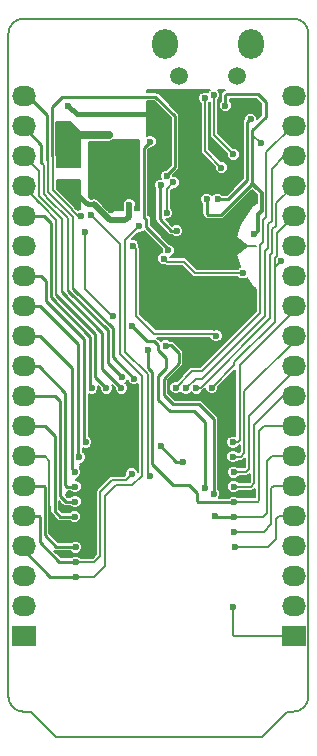
<source format=gbr>
G04 #@! TF.FileFunction,Copper,L2,Bot,Signal*
%FSLAX46Y46*%
G04 Gerber Fmt 4.6, Leading zero omitted, Abs format (unit mm)*
G04 Created by KiCad (PCBNEW (2015-01-16 BZR 5376)-product) date 01-May-17 6:34:46 PM*
%MOMM*%
G01*
G04 APERTURE LIST*
%ADD10C,0.100000*%
%ADD11C,0.150000*%
%ADD12R,2.032000X1.727200*%
%ADD13O,2.032000X1.727200*%
%ADD14C,1.500000*%
%ADD15O,2.200000X2.500000*%
%ADD16C,0.600000*%
%ADD17C,0.635000*%
%ADD18C,0.400000*%
%ADD19C,0.250000*%
%ADD20C,0.200000*%
%ADD21C,0.300000*%
%ADD22C,0.500000*%
G04 APERTURE END LIST*
D10*
D11*
X98806000Y-128143000D02*
X99060000Y-127889000D01*
X81407000Y-128143000D02*
X98806000Y-128143000D01*
X81153000Y-127889000D02*
X81407000Y-128143000D01*
X77343000Y-124714000D02*
X77343000Y-68580000D01*
X79248000Y-125984000D02*
X78613000Y-125984000D01*
X101473000Y-125984000D02*
X100965000Y-125984000D01*
X102743000Y-68580000D02*
X102743000Y-124714000D01*
X78613000Y-67310000D02*
X101473000Y-67310000D01*
X78613000Y-67310000D02*
G75*
G03X77343000Y-68580000I0J-1270000D01*
G01*
X102743000Y-68580000D02*
G75*
G03X101473000Y-67310000I-1270000J0D01*
G01*
X101473000Y-125984000D02*
G75*
G03X102743000Y-124714000I0J1270000D01*
G01*
X77343000Y-124714000D02*
G75*
G03X78613000Y-125984000I1270000J0D01*
G01*
X81153000Y-127889000D02*
X79248000Y-125984000D01*
X100965000Y-125984000D02*
X99060000Y-127889000D01*
D12*
X78622721Y-119577474D03*
D13*
X78622721Y-117037474D03*
X78622721Y-114497474D03*
X78622721Y-111957474D03*
X78622721Y-109417474D03*
X78622721Y-106877474D03*
X78622721Y-104337474D03*
X78622721Y-101797474D03*
X78622721Y-99257474D03*
X78622721Y-96717474D03*
X78622721Y-94177474D03*
X78622721Y-91637474D03*
X78622721Y-89097474D03*
X78622721Y-86557474D03*
X78622721Y-84017474D03*
X78622721Y-81477474D03*
X78622721Y-78937474D03*
X78622721Y-76397474D03*
X78622721Y-73857474D03*
D12*
X101482721Y-119577474D03*
D13*
X101482721Y-117037474D03*
X101482721Y-114497474D03*
X101482721Y-111957474D03*
X101482721Y-109417474D03*
X101482721Y-106877474D03*
X101482721Y-104337474D03*
X101482721Y-101797474D03*
X101482721Y-99257474D03*
X101482721Y-96717474D03*
X101482721Y-94177474D03*
X101482721Y-91637474D03*
X101482721Y-89097474D03*
X101482721Y-86557474D03*
X101482721Y-84017474D03*
X101482721Y-81477474D03*
X101482721Y-78937474D03*
X101482721Y-76397474D03*
X101482721Y-73857474D03*
D14*
X96659000Y-72136000D03*
D15*
X97859000Y-69486000D03*
D14*
X91809000Y-72136000D03*
D15*
X90609000Y-69486000D03*
D16*
X82677000Y-76644500D03*
X85852000Y-77152500D03*
X81915000Y-78041500D03*
X81915000Y-78867000D03*
X81661000Y-76517500D03*
X81915000Y-77216000D03*
X91948000Y-85979000D03*
X92329000Y-73914000D03*
X92202000Y-88900000D03*
X82991520Y-110585875D03*
X90255920Y-93313875D03*
X82423000Y-74676000D03*
X87566500Y-78041500D03*
X86042500Y-78041500D03*
X85344000Y-78041500D03*
X86804500Y-78041500D03*
X86741000Y-83185000D03*
X86042500Y-83502500D03*
X95046800Y-82600800D03*
X97840800Y-75844400D03*
X98094800Y-85547200D03*
X95707200Y-74676000D03*
X94132400Y-82600800D03*
X91576720Y-85287475D03*
X98704400Y-77851000D03*
X90233500Y-81407000D03*
X82346800Y-81280000D03*
X81661000Y-81280000D03*
X87566500Y-83058000D03*
X82067400Y-82016600D03*
X86169500Y-92456000D03*
X93964320Y-107080674D03*
X87766720Y-93313875D03*
X96351920Y-117139075D03*
X83820000Y-85407500D03*
X87884000Y-86550500D03*
X94932500Y-94170500D03*
X83042320Y-114548276D03*
X84328000Y-83947000D03*
X89290720Y-106064675D03*
X87766720Y-105861475D03*
X83042320Y-113329074D03*
X88392000Y-84899500D03*
X94742000Y-73787000D03*
X96393000Y-78816200D03*
X93980000Y-74041000D03*
X95377000Y-79933800D03*
X90868500Y-86931500D03*
X89344500Y-77724000D03*
X97180400Y-88849200D03*
X100457000Y-87820500D03*
X94573921Y-98546276D03*
X90487500Y-87630000D03*
X96504320Y-112008275D03*
X96453520Y-110738275D03*
X94827920Y-109417475D03*
X94726319Y-107537875D03*
X90662320Y-94990275D03*
X96453520Y-109468275D03*
X89189119Y-95345875D03*
X96402720Y-108249074D03*
X96402720Y-106928275D03*
X96402720Y-105709075D03*
X96351920Y-104388275D03*
X96351920Y-103169075D03*
X83905920Y-103169075D03*
X83347119Y-104439075D03*
X82940720Y-105709075D03*
X82991520Y-106928275D03*
X90220800Y-103530400D03*
X92151200Y-104851200D03*
X82991520Y-108198276D03*
X82940720Y-109468274D03*
X83042320Y-112059075D03*
X93253120Y-98597075D03*
X92389520Y-98597075D03*
X91525920Y-98546275D03*
X87969921Y-97784274D03*
X86953920Y-97682676D03*
X86903120Y-98597075D03*
X85633120Y-98597076D03*
X84413922Y-98597075D03*
X90763921Y-83763475D03*
X91313000Y-81178400D03*
X83499520Y-84017476D03*
X90741500Y-80645000D03*
D17*
X82677000Y-76644500D02*
X83185000Y-77152500D01*
X83185000Y-77152500D02*
X85852000Y-77152500D01*
D18*
X93405520Y-82493474D02*
X93405520Y-84830275D01*
X92440320Y-85795474D02*
X91948000Y-85979000D01*
X92440321Y-85795474D02*
X92440320Y-85795474D01*
X93405520Y-84830275D02*
X92440321Y-85795474D01*
X93405520Y-75330675D02*
X93405520Y-82493474D01*
X92329000Y-73914000D02*
X93405520Y-74990520D01*
X93405520Y-74990520D02*
X93405520Y-75330675D01*
X93405520Y-82493474D02*
X93405520Y-82493474D01*
X90170000Y-88773000D02*
X89392320Y-89550680D01*
X92075000Y-88773000D02*
X90170000Y-88773000D01*
X92202000Y-88900000D02*
X92075000Y-88773000D01*
D19*
X78622720Y-104337475D02*
X80400721Y-104337475D01*
D11*
X80400721Y-104337475D02*
X80807120Y-104743875D01*
X80807120Y-104743875D02*
X80807120Y-110077875D01*
X80807120Y-110077875D02*
X81315120Y-110585875D01*
X81315120Y-110585875D02*
X82991520Y-110585875D01*
D20*
X89392320Y-89550680D02*
X89392320Y-92450276D01*
X89392320Y-92450276D02*
X90255920Y-93313875D01*
D18*
X90805000Y-85979000D02*
X89535000Y-84709000D01*
X89535000Y-84709000D02*
X89535000Y-79502000D01*
X89535000Y-79502000D02*
X90360500Y-78676500D01*
X90360500Y-78676500D02*
X90360500Y-76708000D01*
X89058750Y-75406250D02*
X89027000Y-75374500D01*
X90360500Y-76708000D02*
X89058750Y-75406250D01*
X91948000Y-85979000D02*
X90805000Y-85979000D01*
X83153250Y-75406250D02*
X82423000Y-74676000D01*
X89058750Y-75406250D02*
X83153250Y-75406250D01*
D19*
X97790000Y-75844400D02*
X97840800Y-75844400D01*
X97561400Y-76073000D02*
X97790000Y-75844400D01*
X97561400Y-80086200D02*
X97561400Y-76073000D01*
X95961200Y-82600800D02*
X97561400Y-81000600D01*
X97561400Y-81000600D02*
X97561400Y-80086200D01*
X95046800Y-82600800D02*
X95961200Y-82600800D01*
D21*
X98488500Y-84328000D02*
X98488500Y-83883500D01*
X98786998Y-83585002D02*
X98786998Y-82073798D01*
X98488500Y-83883500D02*
X98786998Y-83585002D01*
X98094800Y-85547200D02*
X98202798Y-85547200D01*
X98488500Y-85261498D02*
X98488500Y-84328000D01*
X98202798Y-85547200D02*
X98488500Y-85261498D01*
D19*
X97993200Y-76758800D02*
X99110800Y-75641200D01*
X99110800Y-75641200D02*
X99110800Y-74371200D01*
X99110800Y-74371200D02*
X98450400Y-73710800D01*
X98450400Y-73710800D02*
X95808800Y-73710800D01*
X95808800Y-73710800D02*
X95707200Y-73812400D01*
X95707200Y-73812400D02*
X95707200Y-74676000D01*
X97993200Y-77063600D02*
X97993200Y-76758800D01*
X97993200Y-78333600D02*
X97993200Y-78105000D01*
X97993200Y-78105000D02*
X97993200Y-77063600D01*
X97993200Y-81280000D02*
X97993200Y-78333600D01*
X95351600Y-83921600D02*
X97993200Y-81280000D01*
X94234000Y-83921600D02*
X95351600Y-83921600D01*
X94132400Y-83820000D02*
X94234000Y-83921600D01*
X94132400Y-82600800D02*
X94132400Y-83820000D01*
X97993200Y-78486000D02*
X97993200Y-78384400D01*
X97993200Y-78562200D02*
X97993200Y-78117700D01*
D21*
X98786998Y-82073798D02*
X98488500Y-81775300D01*
X98488500Y-81775300D02*
X97993200Y-81280000D01*
D20*
X98704400Y-77851000D02*
X97993200Y-77139800D01*
X97993200Y-77139800D02*
X97993200Y-77089000D01*
X97993200Y-77089000D02*
X98018600Y-77063600D01*
X98018600Y-77063600D02*
X97993200Y-77063600D01*
D19*
X91119394Y-85287475D02*
X90144761Y-84312842D01*
X90144761Y-84312842D02*
X90144761Y-81495739D01*
X90144761Y-81495739D02*
X90233500Y-81407000D01*
X91576720Y-85287475D02*
X91119394Y-85287475D01*
D18*
X82835750Y-81768950D02*
X82346800Y-81280000D01*
D22*
X87566500Y-83058000D02*
X87566500Y-84074000D01*
X84569300Y-83045300D02*
X84563623Y-83039623D01*
X85915500Y-84391500D02*
X84569300Y-83045300D01*
X87249000Y-84391500D02*
X85915500Y-84391500D01*
X87566500Y-84074000D02*
X87249000Y-84391500D01*
D18*
X84112100Y-83045300D02*
X83865123Y-82798323D01*
X83865123Y-82798323D02*
X82346800Y-81280000D01*
X84569300Y-83045300D02*
X84112100Y-83045300D01*
D19*
X93964320Y-101457344D02*
X93964320Y-107080674D01*
X93027480Y-100520500D02*
X93964320Y-101457344D01*
X90995500Y-100520500D02*
X93027480Y-100520500D01*
X90043000Y-99568000D02*
X90995500Y-100520500D01*
X90043000Y-97599500D02*
X90043000Y-99568000D01*
X90713120Y-96929380D02*
X90043000Y-97599500D01*
X90713121Y-96057075D02*
X90713120Y-96929380D01*
X90001920Y-95345875D02*
X90713121Y-96057075D01*
X90001920Y-94939475D02*
X90001920Y-95345875D01*
X89697120Y-94634674D02*
X90001920Y-94939475D01*
X89087520Y-94634674D02*
X89697120Y-94634674D01*
X87766720Y-93313875D02*
X89087520Y-94634674D01*
D20*
X101482721Y-119577474D02*
X96402720Y-119577476D01*
X96402720Y-119577476D02*
X96351920Y-119526676D01*
X96351920Y-119526676D02*
X96351920Y-117139075D01*
X86106000Y-92456000D02*
X83820000Y-90170000D01*
X83820000Y-90170000D02*
X83820000Y-85407500D01*
X86169500Y-92456000D02*
X86106000Y-92456000D01*
X87884000Y-86550500D02*
X88138000Y-86804500D01*
X88138000Y-86804500D02*
X88138000Y-92456000D01*
X94932500Y-94170500D02*
X94742000Y-93980000D01*
X94742000Y-93980000D02*
X89662000Y-93980000D01*
X89662000Y-93980000D02*
X88138000Y-92456000D01*
D19*
X80857920Y-114548276D02*
X78622720Y-112313076D01*
X83042320Y-114548276D02*
X80857920Y-114548276D01*
X78622720Y-112313076D02*
X78622721Y-111957475D01*
D20*
X86750720Y-91567000D02*
X86750720Y-95701474D01*
X86750720Y-95701474D02*
X88630320Y-97581076D01*
X88630320Y-97581076D02*
X88630320Y-106013874D01*
X88630320Y-106013874D02*
X87817520Y-106826676D01*
X87817520Y-106826676D02*
X86445922Y-106826675D01*
X86445922Y-106826675D02*
X85531521Y-107741075D01*
X85531521Y-107741075D02*
X85531520Y-113633874D01*
X85531520Y-113633874D02*
X84617120Y-114548274D01*
X84617120Y-114548274D02*
X83042320Y-114548276D01*
X86750720Y-86369720D02*
X86750720Y-91557280D01*
X84328000Y-83947000D02*
X86750720Y-86369720D01*
X87207920Y-86868000D02*
X87207920Y-95498275D01*
X87207920Y-86405074D02*
X87207920Y-86868000D01*
X87207920Y-95498275D02*
X89138320Y-97428675D01*
X89138320Y-97428675D02*
X89138320Y-105912275D01*
X89138320Y-105912275D02*
X89290720Y-106064675D01*
X87766720Y-105861475D02*
X87258720Y-106369475D01*
X87258720Y-106369475D02*
X86344320Y-106369474D01*
X86344320Y-106369474D02*
X86141120Y-106369474D01*
X86141120Y-106369474D02*
X85125120Y-107385474D01*
X85125120Y-107385474D02*
X85125120Y-112821075D01*
X85125120Y-112821075D02*
X84617121Y-113329074D01*
X84617121Y-113329074D02*
X83042320Y-113329074D01*
D19*
X79943520Y-109417475D02*
X78622721Y-109417474D01*
X83042320Y-113329074D02*
X82991520Y-113278274D01*
X82991520Y-113278274D02*
X81619920Y-113278274D01*
X81619920Y-113278274D02*
X79994320Y-111652675D01*
X79994320Y-111652675D02*
X79994320Y-109468275D01*
X79994320Y-109468275D02*
X79943520Y-109417475D01*
D20*
X87207920Y-86083580D02*
X87207920Y-86845580D01*
X88392000Y-84899500D02*
X87207920Y-86083580D01*
X94742000Y-75387200D02*
X94742000Y-73787000D01*
X94742000Y-77165200D02*
X94742000Y-75412600D01*
X96393000Y-78816200D02*
X94742000Y-77165200D01*
X93980000Y-78333600D02*
X93980000Y-78282800D01*
X93980000Y-78282800D02*
X93980000Y-74041000D01*
X95377000Y-79933800D02*
X93980000Y-78536800D01*
X93980000Y-78536800D02*
X93980000Y-78282800D01*
D19*
X88804750Y-78263750D02*
X89344500Y-77724000D01*
X88804750Y-82835750D02*
X88804750Y-78263750D01*
X90868500Y-86804500D02*
X89027000Y-84963000D01*
X89027000Y-84963000D02*
X89027000Y-84328000D01*
X89027000Y-84328000D02*
X88804750Y-84105750D01*
X88804750Y-84105750D02*
X88804750Y-82835750D01*
X90868500Y-86931500D02*
X90868500Y-86804500D01*
D20*
X101482721Y-84017474D02*
X101482721Y-84064279D01*
X101482721Y-84064279D02*
X100076000Y-85471000D01*
X100076000Y-85471000D02*
X100076000Y-87376000D01*
X100076000Y-87376000D02*
X99907920Y-87544080D01*
X99907920Y-88455500D02*
X99907920Y-88369580D01*
X99907920Y-88369580D02*
X100457000Y-87820500D01*
X92202000Y-87884000D02*
X93154500Y-88836500D01*
X97167700Y-88836500D02*
X93154500Y-88836500D01*
X97180400Y-88849200D02*
X97167700Y-88836500D01*
X99907920Y-92958274D02*
X99907920Y-88455500D01*
X99907920Y-88455500D02*
X99907920Y-87820500D01*
X99907920Y-87820500D02*
X99907920Y-87544080D01*
X96453519Y-96412675D02*
X99907920Y-92958274D01*
X96453520Y-96666675D02*
X96453519Y-96412675D01*
X94573921Y-98546276D02*
X96453520Y-96666675D01*
X90487500Y-87630000D02*
X90741500Y-87884000D01*
X90741500Y-87884000D02*
X92202000Y-87884000D01*
X100263520Y-109417475D02*
X101482721Y-109417474D01*
X100009522Y-109671475D02*
X100263520Y-109417475D01*
X100009520Y-111347874D02*
X100009522Y-109671475D01*
X99349121Y-112008275D02*
X100009520Y-111347874D01*
X96504320Y-112008275D02*
X99349121Y-112008275D01*
X99806320Y-106877475D02*
X101482720Y-106877475D01*
X99609518Y-107074277D02*
X99806320Y-106877475D01*
X99609519Y-110122278D02*
X99609518Y-107074277D01*
X98993521Y-110738275D02*
X99609519Y-110122278D01*
X96453520Y-110738275D02*
X98993521Y-110738275D01*
D19*
X94710250Y-101346000D02*
X94710250Y-101187250D01*
X94710250Y-101187250D02*
X93472000Y-99949000D01*
X94710250Y-101346000D02*
X94710250Y-107521806D01*
X94827920Y-109417475D02*
X94878720Y-109468275D01*
X94878720Y-109468275D02*
X96453520Y-109468275D01*
X94710250Y-107521806D02*
X94726319Y-107537875D01*
X90662320Y-94990275D02*
X90713120Y-94939475D01*
X90713120Y-94939475D02*
X91119521Y-94939474D01*
X91119521Y-94939474D02*
X91779921Y-95599875D01*
X91779921Y-95599875D02*
X91779921Y-96497579D01*
X91779921Y-96497579D02*
X90487500Y-97789999D01*
X90487500Y-97789999D02*
X90487500Y-99187000D01*
X90487500Y-99187000D02*
X91249500Y-99949000D01*
X91249500Y-99949000D02*
X93472000Y-99949000D01*
D20*
X99653920Y-104337475D02*
X101482720Y-104337475D01*
X96453520Y-109468275D02*
X98891920Y-109468275D01*
X98891920Y-109468275D02*
X99209516Y-109150679D01*
X99209516Y-109150679D02*
X99209516Y-104781879D01*
X99209516Y-104781879D02*
X99653920Y-104337475D01*
D19*
X89189119Y-95345875D02*
X89189120Y-96869874D01*
X93405520Y-108249076D02*
X96402720Y-108249074D01*
X93303920Y-108147476D02*
X93405520Y-108249076D01*
X93303920Y-107436274D02*
X93303920Y-108147476D01*
X92643522Y-106775875D02*
X93303920Y-107436274D01*
X91271920Y-106775875D02*
X92643522Y-106775875D01*
X89534998Y-105038952D02*
X91271920Y-106775875D01*
X89535000Y-97215753D02*
X89534998Y-105038952D01*
X89189120Y-96869874D02*
X89535000Y-97215753D01*
X89189119Y-95345875D02*
X89239919Y-95396675D01*
D20*
X98993520Y-101797476D02*
X101482720Y-101797476D01*
X98536320Y-102254674D02*
X98993520Y-101797476D01*
X98536320Y-108096674D02*
X98536320Y-102254674D01*
X98434720Y-108198274D02*
X98536320Y-108096674D01*
X96453520Y-108198274D02*
X98434720Y-108198274D01*
X96402720Y-108249074D02*
X96453520Y-108198274D01*
X100568320Y-99257475D02*
X101482720Y-99257475D01*
X98136318Y-101689477D02*
X100568320Y-99257475D01*
X98136319Y-106667877D02*
X98136318Y-101689477D01*
X97875920Y-106928276D02*
X98136319Y-106667877D01*
X96402720Y-106928275D02*
X97875920Y-106928276D01*
X101945120Y-96717474D02*
X101482721Y-96717474D01*
X97723520Y-100939074D02*
X101945120Y-96717474D01*
X97723522Y-105417071D02*
X97723520Y-100939074D01*
X97482318Y-105658275D02*
X97723522Y-105417071D01*
X96453520Y-105658275D02*
X97482318Y-105658275D01*
X96402720Y-105709075D02*
X96453520Y-105658275D01*
X101990719Y-94177475D02*
X101482720Y-94177475D01*
X97317121Y-98851074D02*
X101990719Y-94177475D01*
X97317120Y-104083476D02*
X97317121Y-98851074D01*
X97012321Y-104388275D02*
X97317120Y-104083476D01*
X96351920Y-104388275D02*
X97012321Y-104388275D01*
X101921921Y-91637474D02*
X101482720Y-91637476D01*
X96917119Y-96642276D02*
X101921921Y-91637474D01*
X96917118Y-102965875D02*
X96917119Y-96642276D01*
X96764718Y-103118275D02*
X96917118Y-102965875D01*
X96402720Y-103118276D02*
X96764718Y-103118275D01*
X96351920Y-103169075D02*
X96402720Y-103118276D01*
D19*
X80095920Y-89097475D02*
X78622721Y-89097475D01*
X80502320Y-89503874D02*
X80095920Y-89097475D01*
X80502320Y-91180276D02*
X80502320Y-89503874D01*
X83753520Y-94431476D02*
X80502320Y-91180276D01*
X83753520Y-103016676D02*
X83753520Y-94431476D01*
X83905920Y-103169075D02*
X83753520Y-103016676D01*
X80036720Y-91637476D02*
X78622720Y-91637476D01*
X83245520Y-94846275D02*
X80036720Y-91637476D01*
X83245520Y-104337475D02*
X83245520Y-94846275D01*
X83347119Y-104439075D02*
X83245520Y-104337475D01*
X79994320Y-94177474D02*
X78622720Y-94177475D01*
X82686721Y-96869874D02*
X79994320Y-94177474D01*
X82686721Y-105455075D02*
X82686721Y-96869874D01*
X82940720Y-105709075D02*
X82686721Y-105455075D01*
X79892720Y-96717475D02*
X78622721Y-96717474D01*
X82171523Y-98996277D02*
X79892720Y-96717475D01*
X82171522Y-106768677D02*
X82171523Y-98996277D01*
X82331121Y-106928276D02*
X82171522Y-106768677D01*
X82991520Y-106928275D02*
X82331121Y-106928276D01*
X91541600Y-104851200D02*
X92151200Y-104851200D01*
X90220800Y-103530400D02*
X91541600Y-104851200D01*
X81264322Y-99257475D02*
X78622720Y-99257475D01*
X81721520Y-99714675D02*
X81264322Y-99257475D01*
X81721520Y-107741075D02*
X81721520Y-99714675D01*
X82178720Y-108198274D02*
X81721520Y-107741075D01*
X82991520Y-108198276D02*
X82178720Y-108198274D01*
X80400720Y-101797476D02*
X78622720Y-101797476D01*
X81257122Y-102653877D02*
X80400720Y-101797476D01*
X81257122Y-109003877D02*
X81257122Y-102653877D01*
X81721520Y-109468275D02*
X81257122Y-109003877D01*
X82940720Y-109468274D02*
X81721520Y-109468275D01*
X80349921Y-106877475D02*
X78622720Y-106877475D01*
X80400721Y-106928275D02*
X80349921Y-106877475D01*
X80400721Y-111043075D02*
X80400721Y-106928275D01*
X81365921Y-112008275D02*
X80400721Y-111043075D01*
X82991519Y-112008275D02*
X81365921Y-112008275D01*
X83042320Y-112059075D02*
X82991519Y-112008275D01*
D20*
X99695000Y-85407500D02*
X99695000Y-85153500D01*
X100012500Y-82947695D02*
X101482721Y-81477474D01*
X100012500Y-84836000D02*
X100012500Y-82947695D01*
X99695000Y-85153500D02*
X100012500Y-84836000D01*
X99507918Y-88138000D02*
X99507918Y-87340080D01*
X99695000Y-87152998D02*
X99695000Y-85407500D01*
X99507918Y-87340080D02*
X99695000Y-87152998D01*
X101275526Y-81477474D02*
X101482721Y-81477474D01*
X99507918Y-92647077D02*
X99507918Y-88138000D01*
X93608720Y-98546275D02*
X99507918Y-92647077D01*
X93303920Y-98546275D02*
X93608720Y-98546275D01*
X93253120Y-98597075D02*
X93303920Y-98546275D01*
X99044320Y-87820500D02*
X99044320Y-87010680D01*
X99631500Y-80010000D02*
X100704026Y-78937474D01*
X99631500Y-84455000D02*
X99631500Y-80010000D01*
X99344998Y-84741502D02*
X99631500Y-84455000D01*
X99344998Y-86710002D02*
X99344998Y-84741502D01*
X99044320Y-87010680D02*
X99344998Y-86710002D01*
X100704026Y-78937474D02*
X101482721Y-78937474D01*
X99044320Y-87820500D02*
X99044320Y-92412269D01*
X99044320Y-92412269D02*
X99044321Y-92412270D01*
X99044321Y-92412270D02*
X99044321Y-92471679D01*
X93726000Y-97790000D02*
X93196595Y-97790000D01*
X99044321Y-92471679D02*
X93726000Y-97790000D01*
X92389520Y-98597075D02*
X93196595Y-97790000D01*
X99044321Y-92412270D02*
X99044321Y-92412270D01*
X98653600Y-87249000D02*
X98653600Y-86512400D01*
X99187000Y-78613000D02*
X101402526Y-76397474D01*
X99187000Y-84074000D02*
X99187000Y-78613000D01*
X98933000Y-84328000D02*
X99187000Y-84074000D01*
X98933000Y-86233000D02*
X98933000Y-84328000D01*
X98653600Y-86512400D02*
X98933000Y-86233000D01*
X101402526Y-76397474D02*
X101482721Y-76397474D01*
X98653600Y-92202000D02*
X98653600Y-92227400D01*
X98653600Y-92227400D02*
X98234500Y-92646500D01*
X101482721Y-76397474D02*
X100945326Y-76397474D01*
X98653600Y-87249000D02*
X98653600Y-92202000D01*
X98653600Y-92202000D02*
X98653600Y-92202000D01*
X93726000Y-97155000D02*
X92917195Y-97155000D01*
X91525920Y-98546275D02*
X92917195Y-97155000D01*
X98234500Y-92646500D02*
X93726000Y-97155000D01*
X101838320Y-76397474D02*
X101482720Y-76397475D01*
D19*
X87969921Y-97784274D02*
X86184722Y-95999077D01*
X86184722Y-95999077D02*
X86184722Y-93517076D01*
X86184722Y-93517076D02*
X82839120Y-90171474D01*
D20*
X82839120Y-90171474D02*
X82839120Y-84134521D01*
X82839120Y-84134521D02*
X80721200Y-82016599D01*
X80721200Y-82016599D02*
X80721199Y-79387699D01*
X80721199Y-79387699D02*
X80581500Y-79248000D01*
D19*
X80581500Y-79248000D02*
X80581500Y-75438000D01*
X80581500Y-75438000D02*
X79000974Y-73857474D01*
X79000974Y-73857474D02*
X78622721Y-73857474D01*
X78556520Y-76397475D02*
X78622720Y-76397475D01*
X80137000Y-77977960D02*
X78556520Y-76397475D01*
X80137000Y-79502000D02*
X80137000Y-77977960D01*
D20*
X82381920Y-84210718D02*
X80810100Y-82638901D01*
X82381920Y-90362271D02*
X82381920Y-84210718D01*
D19*
X85734721Y-93715071D02*
X82381920Y-90362271D01*
X85734720Y-96463476D02*
X85734721Y-93715071D01*
X86953920Y-97682676D02*
X85734720Y-96463476D01*
D20*
X80810100Y-82638900D02*
X80314800Y-82143600D01*
X80314800Y-82143600D02*
X80314800Y-79679800D01*
X80314800Y-79679800D02*
X80137000Y-79502000D01*
X80810100Y-82638901D02*
X80810100Y-82638900D01*
D19*
X78619976Y-78937476D02*
X78622720Y-78937476D01*
D20*
X79933800Y-80251300D02*
X78619976Y-78937476D01*
X79933800Y-82296000D02*
X79933800Y-80251300D01*
X81873920Y-84236120D02*
X79933800Y-82296000D01*
X81873920Y-90490669D02*
X81873920Y-84236120D01*
D19*
X85277520Y-93894269D02*
X81873920Y-90490669D01*
X85277520Y-96971474D02*
X85277520Y-93894269D01*
X86903120Y-98597075D02*
X85277520Y-96971474D01*
X79254975Y-81477475D02*
X78622720Y-81477475D01*
D20*
X79883000Y-82804000D02*
X79692500Y-82613500D01*
X80264000Y-83185000D02*
X79883000Y-82804000D01*
X81402324Y-84323324D02*
X80264000Y-83185000D01*
X81402324Y-90708678D02*
X81402324Y-84323324D01*
D19*
X84711522Y-94017877D02*
X81402324Y-90708678D01*
X84711522Y-97675477D02*
X84711522Y-94017877D01*
X85633120Y-98597076D02*
X84711522Y-97675477D01*
D20*
X78622721Y-81543721D02*
X80264000Y-83185000D01*
X78622721Y-81477474D02*
X78622721Y-81543721D01*
D19*
X80349921Y-84017475D02*
X78622720Y-84017475D01*
X80952323Y-84619877D02*
X80349921Y-84017475D01*
X80952323Y-90919077D02*
X80952323Y-84619877D01*
X84261522Y-94228275D02*
X80952323Y-90919077D01*
X84261522Y-98444675D02*
X84261522Y-94228275D01*
X84413922Y-98597075D02*
X84261522Y-98444675D01*
D20*
X90763921Y-82346800D02*
X90763921Y-83763475D01*
X90763921Y-81737200D02*
X90763921Y-82346800D01*
X90763921Y-81727479D02*
X90763921Y-82331121D01*
X91313000Y-81178400D02*
X90763921Y-81727479D01*
D19*
X81026000Y-78930500D02*
X81026000Y-74803000D01*
X90741500Y-80645000D02*
X90741500Y-80581500D01*
X87884000Y-73914000D02*
X82359500Y-73914000D01*
X90741500Y-80581500D02*
X91440000Y-79883000D01*
X91440000Y-79883000D02*
X91440000Y-75565000D01*
X91440000Y-75565000D02*
X89789000Y-73914000D01*
X89789000Y-73914000D02*
X87884000Y-73914000D01*
X81915000Y-73914000D02*
X82359500Y-73914000D01*
X81026000Y-74803000D02*
X81915000Y-73914000D01*
D20*
X81102200Y-79006700D02*
X81026000Y-78930500D01*
X82683189Y-83483611D02*
X82683189Y-83445189D01*
X83217054Y-84017476D02*
X82683189Y-83483611D01*
X83499520Y-84017476D02*
X83217054Y-84017476D01*
X81102200Y-81864200D02*
X81102200Y-79273400D01*
X82683189Y-83445189D02*
X81102200Y-81864200D01*
X81102200Y-79273400D02*
X81102200Y-79197200D01*
X81102200Y-79006700D02*
X81026000Y-78930500D01*
X81102200Y-79197200D02*
X81102200Y-79006700D01*
G36*
X83440600Y-76927222D02*
X83440600Y-79859200D01*
X81452200Y-79859200D01*
X81452200Y-79006700D01*
X81425558Y-78872761D01*
X81425558Y-78872760D01*
X81401000Y-78836007D01*
X81401000Y-76046000D01*
X82559378Y-76046000D01*
X83440600Y-76927222D01*
X83440600Y-76927222D01*
G37*
X83440600Y-76927222D02*
X83440600Y-79859200D01*
X81452200Y-79859200D01*
X81452200Y-79006700D01*
X81425558Y-78872761D01*
X81425558Y-78872760D01*
X81401000Y-78836007D01*
X81401000Y-76046000D01*
X82559378Y-76046000D01*
X83440600Y-76927222D01*
G36*
X83415200Y-83467402D02*
X83390598Y-83467381D01*
X83228790Y-83534238D01*
X83006732Y-83312180D01*
X83006547Y-83311249D01*
X82930676Y-83197702D01*
X81452200Y-81719226D01*
X81452200Y-80973600D01*
X83415200Y-80973600D01*
X83415200Y-83467402D01*
X83415200Y-83467402D01*
G37*
X83415200Y-83467402D02*
X83390598Y-83467381D01*
X83228790Y-83534238D01*
X83006732Y-83312180D01*
X83006547Y-83311249D01*
X82930676Y-83197702D01*
X81452200Y-81719226D01*
X81452200Y-80973600D01*
X83415200Y-80973600D01*
X83415200Y-83467402D01*
G36*
X88368200Y-83491400D02*
X88066500Y-83491400D01*
X88066500Y-83288064D01*
X88116404Y-83167882D01*
X88116595Y-82949078D01*
X88033039Y-82746857D01*
X87878457Y-82592005D01*
X87676382Y-82508096D01*
X87457578Y-82507905D01*
X87255357Y-82591461D01*
X87100505Y-82746043D01*
X87016596Y-82948118D01*
X87016405Y-83166922D01*
X87066500Y-83288161D01*
X87066500Y-83491400D01*
X85722507Y-83491400D01*
X84922855Y-82691749D01*
X84922853Y-82691746D01*
X84917176Y-82686070D01*
X84754965Y-82577683D01*
X84563623Y-82539624D01*
X84372281Y-82577683D01*
X84345916Y-82595300D01*
X84298496Y-82595300D01*
X84123200Y-82420004D01*
X84123200Y-77720000D01*
X85852000Y-77720000D01*
X85939595Y-77702576D01*
X85960922Y-77702595D01*
X85980806Y-77694379D01*
X86069173Y-77676802D01*
X86143432Y-77627183D01*
X86163143Y-77619039D01*
X86178370Y-77603838D01*
X86190998Y-77595400D01*
X88368200Y-77595400D01*
X88368200Y-83491400D01*
X88368200Y-83491400D01*
G37*
X88368200Y-83491400D02*
X88066500Y-83491400D01*
X88066500Y-83288064D01*
X88116404Y-83167882D01*
X88116595Y-82949078D01*
X88033039Y-82746857D01*
X87878457Y-82592005D01*
X87676382Y-82508096D01*
X87457578Y-82507905D01*
X87255357Y-82591461D01*
X87100505Y-82746043D01*
X87016596Y-82948118D01*
X87016405Y-83166922D01*
X87066500Y-83288161D01*
X87066500Y-83491400D01*
X85722507Y-83491400D01*
X84922855Y-82691749D01*
X84922853Y-82691746D01*
X84917176Y-82686070D01*
X84754965Y-82577683D01*
X84563623Y-82539624D01*
X84372281Y-82577683D01*
X84345916Y-82595300D01*
X84298496Y-82595300D01*
X84123200Y-82420004D01*
X84123200Y-77720000D01*
X85852000Y-77720000D01*
X85939595Y-77702576D01*
X85960922Y-77702595D01*
X85980806Y-77694379D01*
X86069173Y-77676802D01*
X86143432Y-77627183D01*
X86163143Y-77619039D01*
X86178370Y-77603838D01*
X86190998Y-77595400D01*
X88368200Y-77595400D01*
X88368200Y-83491400D01*
G36*
X87503382Y-98095417D02*
X87657964Y-98250269D01*
X87860039Y-98334178D01*
X88078843Y-98334369D01*
X88280320Y-98251120D01*
X88280320Y-105664228D01*
X88233259Y-105550332D01*
X88078677Y-105395480D01*
X87876602Y-105311571D01*
X87657798Y-105311380D01*
X87455577Y-105394936D01*
X87300725Y-105549518D01*
X87216816Y-105751593D01*
X87216672Y-105916549D01*
X87113746Y-106019475D01*
X86344320Y-106019474D01*
X86141120Y-106019474D01*
X86007181Y-106046116D01*
X85893633Y-106121987D01*
X84877633Y-107137987D01*
X84801762Y-107251535D01*
X84775120Y-107385474D01*
X84775120Y-112676101D01*
X84472147Y-112979074D01*
X83470070Y-112979074D01*
X83354277Y-112863079D01*
X83152202Y-112779170D01*
X82933398Y-112778979D01*
X82731177Y-112862535D01*
X82690367Y-112903274D01*
X81775250Y-112903274D01*
X81227771Y-112355796D01*
X81365921Y-112383275D01*
X82588815Y-112383275D01*
X82730363Y-112525070D01*
X82932438Y-112608979D01*
X83151242Y-112609170D01*
X83353463Y-112525614D01*
X83508315Y-112371032D01*
X83592224Y-112168957D01*
X83592415Y-111950153D01*
X83508859Y-111747932D01*
X83354277Y-111593080D01*
X83152202Y-111509171D01*
X82933398Y-111508980D01*
X82731177Y-111592536D01*
X82690367Y-111633275D01*
X81521251Y-111633275D01*
X80775721Y-110887745D01*
X80775721Y-108632478D01*
X80882122Y-108561221D01*
X80882122Y-109003877D01*
X80910667Y-109147384D01*
X80991957Y-109269042D01*
X81456355Y-109733440D01*
X81578013Y-109814730D01*
X81721520Y-109843275D01*
X82537927Y-109843274D01*
X82628763Y-109934269D01*
X82830838Y-110018178D01*
X83049642Y-110018369D01*
X83251863Y-109934813D01*
X83406715Y-109780231D01*
X83490624Y-109578156D01*
X83490815Y-109359352D01*
X83407259Y-109157131D01*
X83252677Y-109002279D01*
X83050602Y-108918370D01*
X82831798Y-108918179D01*
X82629577Y-109001735D01*
X82537878Y-109093274D01*
X81876850Y-109093275D01*
X81632122Y-108848547D01*
X81632122Y-108182007D01*
X81913555Y-108463440D01*
X81989582Y-108514239D01*
X82035213Y-108544729D01*
X82178719Y-108573274D01*
X82588726Y-108573275D01*
X82679563Y-108664271D01*
X82881638Y-108748180D01*
X83100442Y-108748371D01*
X83302663Y-108664815D01*
X83457515Y-108510233D01*
X83541424Y-108308158D01*
X83541615Y-108089354D01*
X83458059Y-107887133D01*
X83303477Y-107732281D01*
X83101402Y-107648372D01*
X82882598Y-107648181D01*
X82680377Y-107731737D01*
X82588679Y-107823275D01*
X82334050Y-107823274D01*
X82180524Y-107669748D01*
X82424838Y-107303276D01*
X82588727Y-107303276D01*
X82679563Y-107394270D01*
X82881638Y-107478179D01*
X83100442Y-107478370D01*
X83302663Y-107394814D01*
X83457515Y-107240232D01*
X83541424Y-107038157D01*
X83541615Y-106819353D01*
X83458059Y-106617132D01*
X83303477Y-106462280D01*
X83101402Y-106378371D01*
X83041474Y-106378319D01*
X83148000Y-106218529D01*
X83251863Y-106175614D01*
X83406715Y-106021032D01*
X83490624Y-105818957D01*
X83490815Y-105600153D01*
X83407259Y-105397932D01*
X83403225Y-105393891D01*
X83489165Y-105089168D01*
X83366136Y-104989092D01*
X83456041Y-104989170D01*
X83658262Y-104905614D01*
X83813114Y-104751032D01*
X83897023Y-104548957D01*
X83897214Y-104330153D01*
X83813658Y-104127932D01*
X83659076Y-103973080D01*
X83620520Y-103957070D01*
X83620520Y-103646097D01*
X83796038Y-103718979D01*
X84014842Y-103719170D01*
X84217063Y-103635614D01*
X84371915Y-103481032D01*
X84455824Y-103278957D01*
X84456015Y-103060153D01*
X84372459Y-102857932D01*
X84217877Y-102703080D01*
X84128520Y-102665976D01*
X84128520Y-99074097D01*
X84304040Y-99146979D01*
X84522844Y-99147170D01*
X84725065Y-99063614D01*
X84879917Y-98909032D01*
X84963826Y-98706957D01*
X84964017Y-98488153D01*
X84942998Y-98437284D01*
X85083137Y-98577423D01*
X85083025Y-98705998D01*
X85166581Y-98908219D01*
X85321163Y-99063071D01*
X85523238Y-99146980D01*
X85742042Y-99147171D01*
X85944263Y-99063615D01*
X86099115Y-98909033D01*
X86183024Y-98706958D01*
X86183215Y-98488154D01*
X86126424Y-98350708D01*
X86353137Y-98577422D01*
X86353025Y-98705997D01*
X86436581Y-98908218D01*
X86591163Y-99063070D01*
X86793238Y-99146979D01*
X87012042Y-99147170D01*
X87214263Y-99063614D01*
X87369115Y-98909032D01*
X87453024Y-98706957D01*
X87453215Y-98488153D01*
X87369659Y-98285932D01*
X87242491Y-98158542D01*
X87265063Y-98149215D01*
X87419915Y-97994633D01*
X87440879Y-97944147D01*
X87503382Y-98095417D01*
X87503382Y-98095417D01*
G37*
X87503382Y-98095417D02*
X87657964Y-98250269D01*
X87860039Y-98334178D01*
X88078843Y-98334369D01*
X88280320Y-98251120D01*
X88280320Y-105664228D01*
X88233259Y-105550332D01*
X88078677Y-105395480D01*
X87876602Y-105311571D01*
X87657798Y-105311380D01*
X87455577Y-105394936D01*
X87300725Y-105549518D01*
X87216816Y-105751593D01*
X87216672Y-105916549D01*
X87113746Y-106019475D01*
X86344320Y-106019474D01*
X86141120Y-106019474D01*
X86007181Y-106046116D01*
X85893633Y-106121987D01*
X84877633Y-107137987D01*
X84801762Y-107251535D01*
X84775120Y-107385474D01*
X84775120Y-112676101D01*
X84472147Y-112979074D01*
X83470070Y-112979074D01*
X83354277Y-112863079D01*
X83152202Y-112779170D01*
X82933398Y-112778979D01*
X82731177Y-112862535D01*
X82690367Y-112903274D01*
X81775250Y-112903274D01*
X81227771Y-112355796D01*
X81365921Y-112383275D01*
X82588815Y-112383275D01*
X82730363Y-112525070D01*
X82932438Y-112608979D01*
X83151242Y-112609170D01*
X83353463Y-112525614D01*
X83508315Y-112371032D01*
X83592224Y-112168957D01*
X83592415Y-111950153D01*
X83508859Y-111747932D01*
X83354277Y-111593080D01*
X83152202Y-111509171D01*
X82933398Y-111508980D01*
X82731177Y-111592536D01*
X82690367Y-111633275D01*
X81521251Y-111633275D01*
X80775721Y-110887745D01*
X80775721Y-108632478D01*
X80882122Y-108561221D01*
X80882122Y-109003877D01*
X80910667Y-109147384D01*
X80991957Y-109269042D01*
X81456355Y-109733440D01*
X81578013Y-109814730D01*
X81721520Y-109843275D01*
X82537927Y-109843274D01*
X82628763Y-109934269D01*
X82830838Y-110018178D01*
X83049642Y-110018369D01*
X83251863Y-109934813D01*
X83406715Y-109780231D01*
X83490624Y-109578156D01*
X83490815Y-109359352D01*
X83407259Y-109157131D01*
X83252677Y-109002279D01*
X83050602Y-108918370D01*
X82831798Y-108918179D01*
X82629577Y-109001735D01*
X82537878Y-109093274D01*
X81876850Y-109093275D01*
X81632122Y-108848547D01*
X81632122Y-108182007D01*
X81913555Y-108463440D01*
X81989582Y-108514239D01*
X82035213Y-108544729D01*
X82178719Y-108573274D01*
X82588726Y-108573275D01*
X82679563Y-108664271D01*
X82881638Y-108748180D01*
X83100442Y-108748371D01*
X83302663Y-108664815D01*
X83457515Y-108510233D01*
X83541424Y-108308158D01*
X83541615Y-108089354D01*
X83458059Y-107887133D01*
X83303477Y-107732281D01*
X83101402Y-107648372D01*
X82882598Y-107648181D01*
X82680377Y-107731737D01*
X82588679Y-107823275D01*
X82334050Y-107823274D01*
X82180524Y-107669748D01*
X82424838Y-107303276D01*
X82588727Y-107303276D01*
X82679563Y-107394270D01*
X82881638Y-107478179D01*
X83100442Y-107478370D01*
X83302663Y-107394814D01*
X83457515Y-107240232D01*
X83541424Y-107038157D01*
X83541615Y-106819353D01*
X83458059Y-106617132D01*
X83303477Y-106462280D01*
X83101402Y-106378371D01*
X83041474Y-106378319D01*
X83148000Y-106218529D01*
X83251863Y-106175614D01*
X83406715Y-106021032D01*
X83490624Y-105818957D01*
X83490815Y-105600153D01*
X83407259Y-105397932D01*
X83403225Y-105393891D01*
X83489165Y-105089168D01*
X83366136Y-104989092D01*
X83456041Y-104989170D01*
X83658262Y-104905614D01*
X83813114Y-104751032D01*
X83897023Y-104548957D01*
X83897214Y-104330153D01*
X83813658Y-104127932D01*
X83659076Y-103973080D01*
X83620520Y-103957070D01*
X83620520Y-103646097D01*
X83796038Y-103718979D01*
X84014842Y-103719170D01*
X84217063Y-103635614D01*
X84371915Y-103481032D01*
X84455824Y-103278957D01*
X84456015Y-103060153D01*
X84372459Y-102857932D01*
X84217877Y-102703080D01*
X84128520Y-102665976D01*
X84128520Y-99074097D01*
X84304040Y-99146979D01*
X84522844Y-99147170D01*
X84725065Y-99063614D01*
X84879917Y-98909032D01*
X84963826Y-98706957D01*
X84964017Y-98488153D01*
X84942998Y-98437284D01*
X85083137Y-98577423D01*
X85083025Y-98705998D01*
X85166581Y-98908219D01*
X85321163Y-99063071D01*
X85523238Y-99146980D01*
X85742042Y-99147171D01*
X85944263Y-99063615D01*
X86099115Y-98909033D01*
X86183024Y-98706958D01*
X86183215Y-98488154D01*
X86126424Y-98350708D01*
X86353137Y-98577422D01*
X86353025Y-98705997D01*
X86436581Y-98908218D01*
X86591163Y-99063070D01*
X86793238Y-99146979D01*
X87012042Y-99147170D01*
X87214263Y-99063614D01*
X87369115Y-98909032D01*
X87453024Y-98706957D01*
X87453215Y-98488153D01*
X87369659Y-98285932D01*
X87242491Y-98158542D01*
X87265063Y-98149215D01*
X87419915Y-97994633D01*
X87440879Y-97944147D01*
X87503382Y-98095417D01*
G36*
X90329362Y-86795692D02*
X90318596Y-86821618D01*
X90318405Y-87040422D01*
X90341115Y-87095384D01*
X90176357Y-87163461D01*
X90021505Y-87318043D01*
X89937596Y-87520118D01*
X89937405Y-87738922D01*
X90020961Y-87941143D01*
X90175543Y-88095995D01*
X90377618Y-88179904D01*
X90566720Y-88180069D01*
X90607560Y-88207358D01*
X90629782Y-88211778D01*
X90741500Y-88234000D01*
X92057026Y-88234000D01*
X92907012Y-89083987D01*
X93020560Y-89159858D01*
X93042782Y-89164278D01*
X93154500Y-89186500D01*
X96739972Y-89186500D01*
X96868443Y-89315195D01*
X97070518Y-89399104D01*
X97289322Y-89399295D01*
X97491543Y-89315739D01*
X97521986Y-89285349D01*
X97951341Y-89929383D01*
X98303600Y-90165289D01*
X98303600Y-92082426D01*
X93581026Y-96805000D01*
X92917195Y-96805000D01*
X92801732Y-96827967D01*
X92783256Y-96831642D01*
X92669708Y-96907513D01*
X91580898Y-97996323D01*
X91416998Y-97996180D01*
X91214777Y-98079736D01*
X91059925Y-98234318D01*
X90976016Y-98436393D01*
X90975825Y-98655197D01*
X91059381Y-98857418D01*
X91213963Y-99012270D01*
X91416038Y-99096179D01*
X91634842Y-99096370D01*
X91837063Y-99012814D01*
X91932395Y-98917648D01*
X92077563Y-99063070D01*
X92279638Y-99146979D01*
X92498442Y-99147170D01*
X92700663Y-99063614D01*
X92821395Y-98943093D01*
X92941163Y-99063070D01*
X93143238Y-99146979D01*
X93362042Y-99147170D01*
X93564263Y-99063614D01*
X93719115Y-98909032D01*
X93734828Y-98871191D01*
X93742659Y-98869633D01*
X93856207Y-98793762D01*
X94023851Y-98626118D01*
X94023826Y-98655198D01*
X94107382Y-98857419D01*
X94261964Y-99012271D01*
X94464039Y-99096180D01*
X94682843Y-99096371D01*
X94885064Y-99012815D01*
X95039916Y-98858233D01*
X95123825Y-98656158D01*
X95123969Y-98491203D01*
X96567119Y-97048051D01*
X96567118Y-102662902D01*
X96461802Y-102619171D01*
X96242998Y-102618980D01*
X96040777Y-102702536D01*
X95885925Y-102857118D01*
X95802016Y-103059193D01*
X95801825Y-103277997D01*
X95885381Y-103480218D01*
X96039963Y-103635070D01*
X96242038Y-103718979D01*
X96460842Y-103719170D01*
X96663063Y-103635614D01*
X96817915Y-103481032D01*
X96828478Y-103455593D01*
X96898658Y-103441633D01*
X96967120Y-103395887D01*
X96967120Y-103938502D01*
X96867347Y-104038275D01*
X96779670Y-104038275D01*
X96663877Y-103922280D01*
X96461802Y-103838371D01*
X96242998Y-103838180D01*
X96040777Y-103921736D01*
X95885925Y-104076318D01*
X95802016Y-104278393D01*
X95801825Y-104497197D01*
X95885381Y-104699418D01*
X96039963Y-104854270D01*
X96242038Y-104938179D01*
X96460842Y-104938370D01*
X96663063Y-104854814D01*
X96779806Y-104738275D01*
X97012321Y-104738275D01*
X97146260Y-104711633D01*
X97259808Y-104635762D01*
X97373522Y-104522048D01*
X97373522Y-105272097D01*
X97337344Y-105308275D01*
X96779758Y-105308275D01*
X96714677Y-105243080D01*
X96512602Y-105159171D01*
X96293798Y-105158980D01*
X96091577Y-105242536D01*
X95936725Y-105397118D01*
X95852816Y-105599193D01*
X95852625Y-105817997D01*
X95936181Y-106020218D01*
X96090763Y-106175070D01*
X96292838Y-106258979D01*
X96511642Y-106259170D01*
X96713863Y-106175614D01*
X96868715Y-106021032D01*
X96874012Y-106008275D01*
X97482318Y-106008275D01*
X97616257Y-105981633D01*
X97729805Y-105905762D01*
X97786319Y-105849248D01*
X97786319Y-106522902D01*
X97730946Y-106578276D01*
X96830470Y-106578275D01*
X96714677Y-106462280D01*
X96512602Y-106378371D01*
X96293798Y-106378180D01*
X96091577Y-106461736D01*
X95936725Y-106616318D01*
X95852816Y-106818393D01*
X95852625Y-107037197D01*
X95936181Y-107239418D01*
X96090763Y-107394270D01*
X96292838Y-107478179D01*
X96511642Y-107478370D01*
X96713863Y-107394814D01*
X96830605Y-107278275D01*
X97875920Y-107278276D01*
X98009859Y-107251634D01*
X98123407Y-107175763D01*
X98186320Y-107112850D01*
X98186320Y-107848274D01*
X96779758Y-107848274D01*
X96714677Y-107783079D01*
X96512602Y-107699170D01*
X96293798Y-107698979D01*
X96091577Y-107782535D01*
X95999878Y-107874074D01*
X95168029Y-107874075D01*
X95192314Y-107849832D01*
X95276223Y-107647757D01*
X95276414Y-107428953D01*
X95192858Y-107226732D01*
X95085250Y-107118936D01*
X95085250Y-101187250D01*
X95056705Y-101043744D01*
X95056705Y-101043743D01*
X94975415Y-100922085D01*
X93737165Y-99683835D01*
X93615507Y-99602545D01*
X93472000Y-99574000D01*
X91404830Y-99574000D01*
X90862500Y-99031670D01*
X90862500Y-97945329D01*
X92045086Y-96762744D01*
X92126376Y-96641085D01*
X92154921Y-96497579D01*
X92154921Y-95599875D01*
X92132943Y-95489382D01*
X92126376Y-95456368D01*
X92045086Y-95334710D01*
X91384686Y-94674309D01*
X91263028Y-94593019D01*
X91119521Y-94564474D01*
X91014401Y-94564474D01*
X90974277Y-94524280D01*
X90772202Y-94440371D01*
X90553398Y-94440180D01*
X90351177Y-94523736D01*
X90233742Y-94640967D01*
X89962285Y-94369509D01*
X89903156Y-94330000D01*
X94403303Y-94330000D01*
X94465961Y-94481643D01*
X94620543Y-94636495D01*
X94822618Y-94720404D01*
X95041422Y-94720595D01*
X95243643Y-94637039D01*
X95398495Y-94482457D01*
X95482404Y-94280382D01*
X95482595Y-94061578D01*
X95399039Y-93859357D01*
X95244457Y-93704505D01*
X95042382Y-93620596D01*
X94823578Y-93620405D01*
X94781393Y-93637836D01*
X94742000Y-93630000D01*
X89806975Y-93630000D01*
X88488000Y-92311026D01*
X88488000Y-86804500D01*
X88464692Y-86687322D01*
X88461358Y-86670560D01*
X88433931Y-86629513D01*
X88434095Y-86441578D01*
X88350539Y-86239357D01*
X88195957Y-86084505D01*
X87993882Y-86000596D01*
X87786059Y-86000415D01*
X88337022Y-85449452D01*
X88500922Y-85449595D01*
X88703143Y-85366039D01*
X88801512Y-85267842D01*
X90329362Y-86795692D01*
X90329362Y-86795692D01*
G37*
X90329362Y-86795692D02*
X90318596Y-86821618D01*
X90318405Y-87040422D01*
X90341115Y-87095384D01*
X90176357Y-87163461D01*
X90021505Y-87318043D01*
X89937596Y-87520118D01*
X89937405Y-87738922D01*
X90020961Y-87941143D01*
X90175543Y-88095995D01*
X90377618Y-88179904D01*
X90566720Y-88180069D01*
X90607560Y-88207358D01*
X90629782Y-88211778D01*
X90741500Y-88234000D01*
X92057026Y-88234000D01*
X92907012Y-89083987D01*
X93020560Y-89159858D01*
X93042782Y-89164278D01*
X93154500Y-89186500D01*
X96739972Y-89186500D01*
X96868443Y-89315195D01*
X97070518Y-89399104D01*
X97289322Y-89399295D01*
X97491543Y-89315739D01*
X97521986Y-89285349D01*
X97951341Y-89929383D01*
X98303600Y-90165289D01*
X98303600Y-92082426D01*
X93581026Y-96805000D01*
X92917195Y-96805000D01*
X92801732Y-96827967D01*
X92783256Y-96831642D01*
X92669708Y-96907513D01*
X91580898Y-97996323D01*
X91416998Y-97996180D01*
X91214777Y-98079736D01*
X91059925Y-98234318D01*
X90976016Y-98436393D01*
X90975825Y-98655197D01*
X91059381Y-98857418D01*
X91213963Y-99012270D01*
X91416038Y-99096179D01*
X91634842Y-99096370D01*
X91837063Y-99012814D01*
X91932395Y-98917648D01*
X92077563Y-99063070D01*
X92279638Y-99146979D01*
X92498442Y-99147170D01*
X92700663Y-99063614D01*
X92821395Y-98943093D01*
X92941163Y-99063070D01*
X93143238Y-99146979D01*
X93362042Y-99147170D01*
X93564263Y-99063614D01*
X93719115Y-98909032D01*
X93734828Y-98871191D01*
X93742659Y-98869633D01*
X93856207Y-98793762D01*
X94023851Y-98626118D01*
X94023826Y-98655198D01*
X94107382Y-98857419D01*
X94261964Y-99012271D01*
X94464039Y-99096180D01*
X94682843Y-99096371D01*
X94885064Y-99012815D01*
X95039916Y-98858233D01*
X95123825Y-98656158D01*
X95123969Y-98491203D01*
X96567119Y-97048051D01*
X96567118Y-102662902D01*
X96461802Y-102619171D01*
X96242998Y-102618980D01*
X96040777Y-102702536D01*
X95885925Y-102857118D01*
X95802016Y-103059193D01*
X95801825Y-103277997D01*
X95885381Y-103480218D01*
X96039963Y-103635070D01*
X96242038Y-103718979D01*
X96460842Y-103719170D01*
X96663063Y-103635614D01*
X96817915Y-103481032D01*
X96828478Y-103455593D01*
X96898658Y-103441633D01*
X96967120Y-103395887D01*
X96967120Y-103938502D01*
X96867347Y-104038275D01*
X96779670Y-104038275D01*
X96663877Y-103922280D01*
X96461802Y-103838371D01*
X96242998Y-103838180D01*
X96040777Y-103921736D01*
X95885925Y-104076318D01*
X95802016Y-104278393D01*
X95801825Y-104497197D01*
X95885381Y-104699418D01*
X96039963Y-104854270D01*
X96242038Y-104938179D01*
X96460842Y-104938370D01*
X96663063Y-104854814D01*
X96779806Y-104738275D01*
X97012321Y-104738275D01*
X97146260Y-104711633D01*
X97259808Y-104635762D01*
X97373522Y-104522048D01*
X97373522Y-105272097D01*
X97337344Y-105308275D01*
X96779758Y-105308275D01*
X96714677Y-105243080D01*
X96512602Y-105159171D01*
X96293798Y-105158980D01*
X96091577Y-105242536D01*
X95936725Y-105397118D01*
X95852816Y-105599193D01*
X95852625Y-105817997D01*
X95936181Y-106020218D01*
X96090763Y-106175070D01*
X96292838Y-106258979D01*
X96511642Y-106259170D01*
X96713863Y-106175614D01*
X96868715Y-106021032D01*
X96874012Y-106008275D01*
X97482318Y-106008275D01*
X97616257Y-105981633D01*
X97729805Y-105905762D01*
X97786319Y-105849248D01*
X97786319Y-106522902D01*
X97730946Y-106578276D01*
X96830470Y-106578275D01*
X96714677Y-106462280D01*
X96512602Y-106378371D01*
X96293798Y-106378180D01*
X96091577Y-106461736D01*
X95936725Y-106616318D01*
X95852816Y-106818393D01*
X95852625Y-107037197D01*
X95936181Y-107239418D01*
X96090763Y-107394270D01*
X96292838Y-107478179D01*
X96511642Y-107478370D01*
X96713863Y-107394814D01*
X96830605Y-107278275D01*
X97875920Y-107278276D01*
X98009859Y-107251634D01*
X98123407Y-107175763D01*
X98186320Y-107112850D01*
X98186320Y-107848274D01*
X96779758Y-107848274D01*
X96714677Y-107783079D01*
X96512602Y-107699170D01*
X96293798Y-107698979D01*
X96091577Y-107782535D01*
X95999878Y-107874074D01*
X95168029Y-107874075D01*
X95192314Y-107849832D01*
X95276223Y-107647757D01*
X95276414Y-107428953D01*
X95192858Y-107226732D01*
X95085250Y-107118936D01*
X95085250Y-101187250D01*
X95056705Y-101043744D01*
X95056705Y-101043743D01*
X94975415Y-100922085D01*
X93737165Y-99683835D01*
X93615507Y-99602545D01*
X93472000Y-99574000D01*
X91404830Y-99574000D01*
X90862500Y-99031670D01*
X90862500Y-97945329D01*
X92045086Y-96762744D01*
X92126376Y-96641085D01*
X92154921Y-96497579D01*
X92154921Y-95599875D01*
X92132943Y-95489382D01*
X92126376Y-95456368D01*
X92045086Y-95334710D01*
X91384686Y-94674309D01*
X91263028Y-94593019D01*
X91119521Y-94564474D01*
X91014401Y-94564474D01*
X90974277Y-94524280D01*
X90772202Y-94440371D01*
X90553398Y-94440180D01*
X90351177Y-94523736D01*
X90233742Y-94640967D01*
X89962285Y-94369509D01*
X89903156Y-94330000D01*
X94403303Y-94330000D01*
X94465961Y-94481643D01*
X94620543Y-94636495D01*
X94822618Y-94720404D01*
X95041422Y-94720595D01*
X95243643Y-94637039D01*
X95398495Y-94482457D01*
X95482404Y-94280382D01*
X95482595Y-94061578D01*
X95399039Y-93859357D01*
X95244457Y-93704505D01*
X95042382Y-93620596D01*
X94823578Y-93620405D01*
X94781393Y-93637836D01*
X94742000Y-93630000D01*
X89806975Y-93630000D01*
X88488000Y-92311026D01*
X88488000Y-86804500D01*
X88464692Y-86687322D01*
X88461358Y-86670560D01*
X88433931Y-86629513D01*
X88434095Y-86441578D01*
X88350539Y-86239357D01*
X88195957Y-86084505D01*
X87993882Y-86000596D01*
X87786059Y-86000415D01*
X88337022Y-85449452D01*
X88500922Y-85449595D01*
X88703143Y-85366039D01*
X88801512Y-85267842D01*
X90329362Y-86795692D01*
G36*
X94276005Y-73475043D02*
X94242947Y-73554654D01*
X94089882Y-73491096D01*
X93871078Y-73490905D01*
X93668857Y-73574461D01*
X93514005Y-73729043D01*
X93430096Y-73931118D01*
X93429905Y-74149922D01*
X93513461Y-74352143D01*
X93630000Y-74468886D01*
X93630000Y-78536800D01*
X93653901Y-78656958D01*
X93656642Y-78670739D01*
X93732513Y-78784287D01*
X94827048Y-79878823D01*
X94826905Y-80042722D01*
X94910461Y-80244943D01*
X95065043Y-80399795D01*
X95267118Y-80483704D01*
X95485922Y-80483895D01*
X95688143Y-80400339D01*
X95842995Y-80245757D01*
X95926904Y-80043682D01*
X95927095Y-79824878D01*
X95843539Y-79622657D01*
X95688957Y-79467805D01*
X95486882Y-79383896D01*
X95321927Y-79383752D01*
X94330000Y-78391826D01*
X94330000Y-74468750D01*
X94392000Y-74406858D01*
X94392000Y-75387200D01*
X94394526Y-75399900D01*
X94392000Y-75412600D01*
X94392000Y-77165200D01*
X94410352Y-77257461D01*
X94418642Y-77299139D01*
X94494513Y-77412687D01*
X95843048Y-78761223D01*
X95842905Y-78925122D01*
X95926461Y-79127343D01*
X96081043Y-79282195D01*
X96283118Y-79366104D01*
X96501922Y-79366295D01*
X96704143Y-79282739D01*
X96858995Y-79128157D01*
X96942904Y-78926082D01*
X96943095Y-78707278D01*
X96859539Y-78505057D01*
X96704957Y-78350205D01*
X96502882Y-78266296D01*
X96337927Y-78266152D01*
X95092000Y-77020226D01*
X95092000Y-75412600D01*
X95089474Y-75399900D01*
X95092000Y-75387200D01*
X95092000Y-74214750D01*
X95207995Y-74098957D01*
X95291904Y-73896882D01*
X95292095Y-73678078D01*
X95208539Y-73475857D01*
X95111851Y-73379000D01*
X95643360Y-73379000D01*
X95543635Y-73445635D01*
X95442035Y-73547235D01*
X95360745Y-73668893D01*
X95360745Y-73668894D01*
X95332200Y-73812400D01*
X95332200Y-74273207D01*
X95241205Y-74364043D01*
X95157296Y-74566118D01*
X95157105Y-74784922D01*
X95240661Y-74987143D01*
X95395243Y-75141995D01*
X95597318Y-75225904D01*
X95816122Y-75226095D01*
X96018343Y-75142539D01*
X96173195Y-74987957D01*
X96257104Y-74785882D01*
X96257295Y-74567078D01*
X96173739Y-74364857D01*
X96082200Y-74273158D01*
X96082200Y-74085800D01*
X98295070Y-74085800D01*
X98735800Y-74526530D01*
X98735800Y-75485870D01*
X98390812Y-75830858D01*
X98390895Y-75735478D01*
X98307339Y-75533257D01*
X98152757Y-75378405D01*
X97950682Y-75294496D01*
X97731878Y-75294305D01*
X97529657Y-75377861D01*
X97374805Y-75532443D01*
X97290896Y-75734518D01*
X97290825Y-75815932D01*
X97214945Y-75929493D01*
X97214945Y-75929494D01*
X97186400Y-76073000D01*
X97186400Y-80845270D01*
X95805870Y-82225800D01*
X95449593Y-82225800D01*
X95358757Y-82134805D01*
X95156682Y-82050896D01*
X94937878Y-82050705D01*
X94735657Y-82134261D01*
X94589481Y-82280182D01*
X94444357Y-82134805D01*
X94242282Y-82050896D01*
X94023478Y-82050705D01*
X93821257Y-82134261D01*
X93666405Y-82288843D01*
X93582496Y-82490918D01*
X93582305Y-82709722D01*
X93665861Y-82911943D01*
X93757400Y-83003642D01*
X93757400Y-83820000D01*
X93785945Y-83963507D01*
X93867235Y-84085165D01*
X93968835Y-84186765D01*
X94090493Y-84268055D01*
X94234000Y-84296600D01*
X95351600Y-84296600D01*
X95495107Y-84268055D01*
X95616765Y-84186765D01*
X97975522Y-81828008D01*
X98386998Y-82239484D01*
X98386998Y-82893808D01*
X97951341Y-83185565D01*
X96918177Y-84735316D01*
X96616277Y-85805780D01*
X97534224Y-86552474D01*
X98303600Y-86552474D01*
X98303600Y-86562474D01*
X97534224Y-86562474D01*
X96616277Y-87309168D01*
X96913836Y-88364241D01*
X96869257Y-88382661D01*
X96765237Y-88486500D01*
X93299475Y-88486500D01*
X92449487Y-87636513D01*
X92335939Y-87560642D01*
X92202000Y-87534000D01*
X91037584Y-87534000D01*
X91037595Y-87521078D01*
X91014885Y-87466116D01*
X91179643Y-87398039D01*
X91334495Y-87243457D01*
X91418404Y-87041382D01*
X91418595Y-86822578D01*
X91335039Y-86620357D01*
X91180457Y-86465505D01*
X90978382Y-86381596D01*
X90975924Y-86381594D01*
X89402000Y-84807670D01*
X89402000Y-84328000D01*
X89383724Y-84236120D01*
X89373455Y-84184493D01*
X89292165Y-84062835D01*
X89179750Y-83950420D01*
X89179750Y-78419080D01*
X89324847Y-78273983D01*
X89453422Y-78274095D01*
X89655643Y-78190539D01*
X89810495Y-78035957D01*
X89894404Y-77833882D01*
X89894595Y-77615078D01*
X89811039Y-77412857D01*
X89656457Y-77258005D01*
X89454382Y-77174096D01*
X89235578Y-77173905D01*
X89076200Y-77239759D01*
X89076200Y-74289000D01*
X89633670Y-74289000D01*
X91065000Y-75720330D01*
X91065000Y-79727670D01*
X90697708Y-80094962D01*
X90632578Y-80094905D01*
X90430357Y-80178461D01*
X90275505Y-80333043D01*
X90191596Y-80535118D01*
X90191405Y-80753922D01*
X90233996Y-80857001D01*
X90124578Y-80856905D01*
X89922357Y-80940461D01*
X89767505Y-81095043D01*
X89683596Y-81297118D01*
X89683405Y-81515922D01*
X89766961Y-81718143D01*
X89769761Y-81720948D01*
X89769761Y-84312842D01*
X89798306Y-84456349D01*
X89879596Y-84578007D01*
X90854229Y-85552640D01*
X90975887Y-85633930D01*
X91119394Y-85662475D01*
X91173927Y-85662475D01*
X91264763Y-85753470D01*
X91466838Y-85837379D01*
X91685642Y-85837570D01*
X91887863Y-85754014D01*
X92042715Y-85599432D01*
X92126624Y-85397357D01*
X92126815Y-85178553D01*
X92043259Y-84976332D01*
X91888677Y-84821480D01*
X91686602Y-84737571D01*
X91467798Y-84737380D01*
X91265577Y-84820936D01*
X91224345Y-84862096D01*
X90675647Y-84313398D01*
X90872843Y-84313570D01*
X91075064Y-84230014D01*
X91229916Y-84075432D01*
X91313825Y-83873357D01*
X91314016Y-83654553D01*
X91230460Y-83452332D01*
X91113921Y-83335589D01*
X91113921Y-81872453D01*
X91258022Y-81728352D01*
X91421922Y-81728495D01*
X91624143Y-81644939D01*
X91778995Y-81490357D01*
X91862904Y-81288282D01*
X91863095Y-81069478D01*
X91779539Y-80867257D01*
X91624957Y-80712405D01*
X91422882Y-80628496D01*
X91291514Y-80628381D01*
X91291573Y-80561757D01*
X91705165Y-80148165D01*
X91786455Y-80026507D01*
X91815000Y-79883000D01*
X91815000Y-75565000D01*
X91786455Y-75421494D01*
X91705165Y-75299835D01*
X90054165Y-73648835D01*
X89932507Y-73567545D01*
X89789000Y-73539000D01*
X89076200Y-73539000D01*
X89076200Y-73379000D01*
X94372216Y-73379000D01*
X94276005Y-73475043D01*
X94276005Y-73475043D01*
G37*
X94276005Y-73475043D02*
X94242947Y-73554654D01*
X94089882Y-73491096D01*
X93871078Y-73490905D01*
X93668857Y-73574461D01*
X93514005Y-73729043D01*
X93430096Y-73931118D01*
X93429905Y-74149922D01*
X93513461Y-74352143D01*
X93630000Y-74468886D01*
X93630000Y-78536800D01*
X93653901Y-78656958D01*
X93656642Y-78670739D01*
X93732513Y-78784287D01*
X94827048Y-79878823D01*
X94826905Y-80042722D01*
X94910461Y-80244943D01*
X95065043Y-80399795D01*
X95267118Y-80483704D01*
X95485922Y-80483895D01*
X95688143Y-80400339D01*
X95842995Y-80245757D01*
X95926904Y-80043682D01*
X95927095Y-79824878D01*
X95843539Y-79622657D01*
X95688957Y-79467805D01*
X95486882Y-79383896D01*
X95321927Y-79383752D01*
X94330000Y-78391826D01*
X94330000Y-74468750D01*
X94392000Y-74406858D01*
X94392000Y-75387200D01*
X94394526Y-75399900D01*
X94392000Y-75412600D01*
X94392000Y-77165200D01*
X94410352Y-77257461D01*
X94418642Y-77299139D01*
X94494513Y-77412687D01*
X95843048Y-78761223D01*
X95842905Y-78925122D01*
X95926461Y-79127343D01*
X96081043Y-79282195D01*
X96283118Y-79366104D01*
X96501922Y-79366295D01*
X96704143Y-79282739D01*
X96858995Y-79128157D01*
X96942904Y-78926082D01*
X96943095Y-78707278D01*
X96859539Y-78505057D01*
X96704957Y-78350205D01*
X96502882Y-78266296D01*
X96337927Y-78266152D01*
X95092000Y-77020226D01*
X95092000Y-75412600D01*
X95089474Y-75399900D01*
X95092000Y-75387200D01*
X95092000Y-74214750D01*
X95207995Y-74098957D01*
X95291904Y-73896882D01*
X95292095Y-73678078D01*
X95208539Y-73475857D01*
X95111851Y-73379000D01*
X95643360Y-73379000D01*
X95543635Y-73445635D01*
X95442035Y-73547235D01*
X95360745Y-73668893D01*
X95360745Y-73668894D01*
X95332200Y-73812400D01*
X95332200Y-74273207D01*
X95241205Y-74364043D01*
X95157296Y-74566118D01*
X95157105Y-74784922D01*
X95240661Y-74987143D01*
X95395243Y-75141995D01*
X95597318Y-75225904D01*
X95816122Y-75226095D01*
X96018343Y-75142539D01*
X96173195Y-74987957D01*
X96257104Y-74785882D01*
X96257295Y-74567078D01*
X96173739Y-74364857D01*
X96082200Y-74273158D01*
X96082200Y-74085800D01*
X98295070Y-74085800D01*
X98735800Y-74526530D01*
X98735800Y-75485870D01*
X98390812Y-75830858D01*
X98390895Y-75735478D01*
X98307339Y-75533257D01*
X98152757Y-75378405D01*
X97950682Y-75294496D01*
X97731878Y-75294305D01*
X97529657Y-75377861D01*
X97374805Y-75532443D01*
X97290896Y-75734518D01*
X97290825Y-75815932D01*
X97214945Y-75929493D01*
X97214945Y-75929494D01*
X97186400Y-76073000D01*
X97186400Y-80845270D01*
X95805870Y-82225800D01*
X95449593Y-82225800D01*
X95358757Y-82134805D01*
X95156682Y-82050896D01*
X94937878Y-82050705D01*
X94735657Y-82134261D01*
X94589481Y-82280182D01*
X94444357Y-82134805D01*
X94242282Y-82050896D01*
X94023478Y-82050705D01*
X93821257Y-82134261D01*
X93666405Y-82288843D01*
X93582496Y-82490918D01*
X93582305Y-82709722D01*
X93665861Y-82911943D01*
X93757400Y-83003642D01*
X93757400Y-83820000D01*
X93785945Y-83963507D01*
X93867235Y-84085165D01*
X93968835Y-84186765D01*
X94090493Y-84268055D01*
X94234000Y-84296600D01*
X95351600Y-84296600D01*
X95495107Y-84268055D01*
X95616765Y-84186765D01*
X97975522Y-81828008D01*
X98386998Y-82239484D01*
X98386998Y-82893808D01*
X97951341Y-83185565D01*
X96918177Y-84735316D01*
X96616277Y-85805780D01*
X97534224Y-86552474D01*
X98303600Y-86552474D01*
X98303600Y-86562474D01*
X97534224Y-86562474D01*
X96616277Y-87309168D01*
X96913836Y-88364241D01*
X96869257Y-88382661D01*
X96765237Y-88486500D01*
X93299475Y-88486500D01*
X92449487Y-87636513D01*
X92335939Y-87560642D01*
X92202000Y-87534000D01*
X91037584Y-87534000D01*
X91037595Y-87521078D01*
X91014885Y-87466116D01*
X91179643Y-87398039D01*
X91334495Y-87243457D01*
X91418404Y-87041382D01*
X91418595Y-86822578D01*
X91335039Y-86620357D01*
X91180457Y-86465505D01*
X90978382Y-86381596D01*
X90975924Y-86381594D01*
X89402000Y-84807670D01*
X89402000Y-84328000D01*
X89383724Y-84236120D01*
X89373455Y-84184493D01*
X89292165Y-84062835D01*
X89179750Y-83950420D01*
X89179750Y-78419080D01*
X89324847Y-78273983D01*
X89453422Y-78274095D01*
X89655643Y-78190539D01*
X89810495Y-78035957D01*
X89894404Y-77833882D01*
X89894595Y-77615078D01*
X89811039Y-77412857D01*
X89656457Y-77258005D01*
X89454382Y-77174096D01*
X89235578Y-77173905D01*
X89076200Y-77239759D01*
X89076200Y-74289000D01*
X89633670Y-74289000D01*
X91065000Y-75720330D01*
X91065000Y-79727670D01*
X90697708Y-80094962D01*
X90632578Y-80094905D01*
X90430357Y-80178461D01*
X90275505Y-80333043D01*
X90191596Y-80535118D01*
X90191405Y-80753922D01*
X90233996Y-80857001D01*
X90124578Y-80856905D01*
X89922357Y-80940461D01*
X89767505Y-81095043D01*
X89683596Y-81297118D01*
X89683405Y-81515922D01*
X89766961Y-81718143D01*
X89769761Y-81720948D01*
X89769761Y-84312842D01*
X89798306Y-84456349D01*
X89879596Y-84578007D01*
X90854229Y-85552640D01*
X90975887Y-85633930D01*
X91119394Y-85662475D01*
X91173927Y-85662475D01*
X91264763Y-85753470D01*
X91466838Y-85837379D01*
X91685642Y-85837570D01*
X91887863Y-85754014D01*
X92042715Y-85599432D01*
X92126624Y-85397357D01*
X92126815Y-85178553D01*
X92043259Y-84976332D01*
X91888677Y-84821480D01*
X91686602Y-84737571D01*
X91467798Y-84737380D01*
X91265577Y-84820936D01*
X91224345Y-84862096D01*
X90675647Y-84313398D01*
X90872843Y-84313570D01*
X91075064Y-84230014D01*
X91229916Y-84075432D01*
X91313825Y-83873357D01*
X91314016Y-83654553D01*
X91230460Y-83452332D01*
X91113921Y-83335589D01*
X91113921Y-81872453D01*
X91258022Y-81728352D01*
X91421922Y-81728495D01*
X91624143Y-81644939D01*
X91778995Y-81490357D01*
X91862904Y-81288282D01*
X91863095Y-81069478D01*
X91779539Y-80867257D01*
X91624957Y-80712405D01*
X91422882Y-80628496D01*
X91291514Y-80628381D01*
X91291573Y-80561757D01*
X91705165Y-80148165D01*
X91786455Y-80026507D01*
X91815000Y-79883000D01*
X91815000Y-75565000D01*
X91786455Y-75421494D01*
X91705165Y-75299835D01*
X90054165Y-73648835D01*
X89932507Y-73567545D01*
X89789000Y-73539000D01*
X89076200Y-73539000D01*
X89076200Y-73379000D01*
X94372216Y-73379000D01*
X94276005Y-73475043D01*
M02*

</source>
